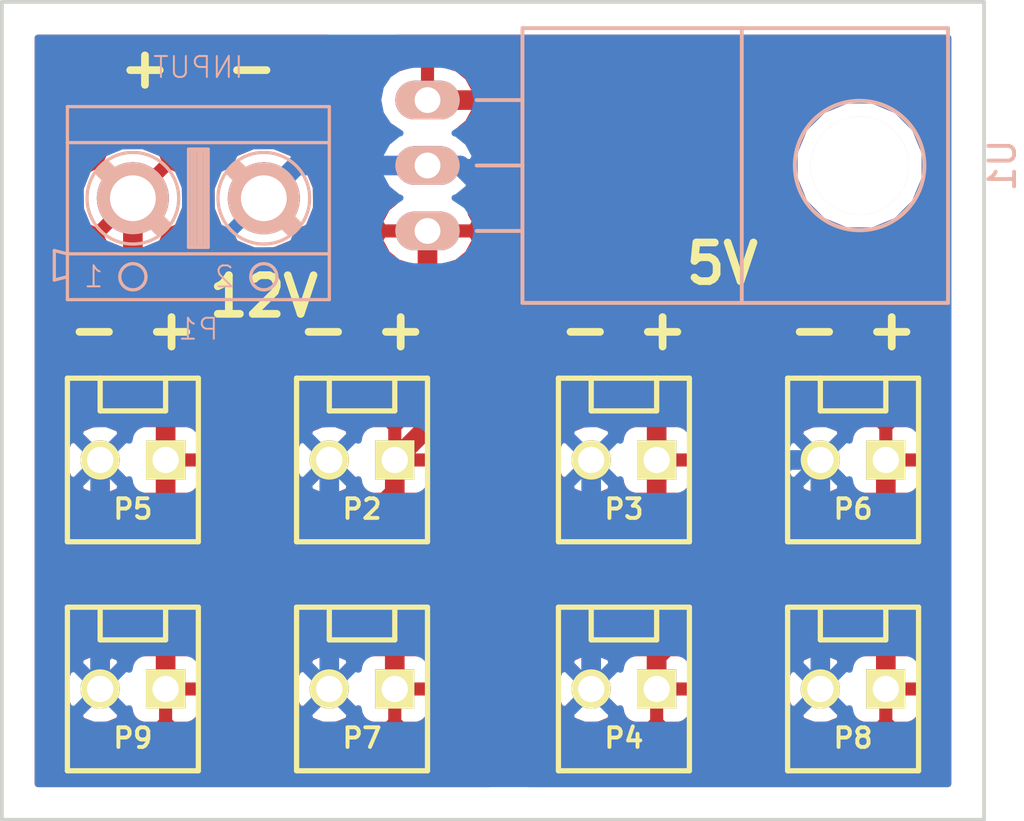
<source format=kicad_pcb>
(kicad_pcb (version 4) (host pcbnew 4.0.1-stable)

  (general
    (links 18)
    (no_connects 0)
    (area 121.844999 60.884999 160.095001 92.785001)
    (thickness 1.6)
    (drawings 11)
    (tracks 45)
    (zones 0)
    (modules 10)
    (nets 4)
  )

  (page A4)
  (layers
    (0 F.Cu signal)
    (31 B.Cu signal)
    (32 B.Adhes user)
    (33 F.Adhes user)
    (34 B.Paste user)
    (35 F.Paste user)
    (36 B.SilkS user)
    (37 F.SilkS user)
    (38 B.Mask user)
    (39 F.Mask user)
    (40 Dwgs.User user)
    (41 Cmts.User user)
    (42 Eco1.User user)
    (43 Eco2.User user)
    (44 Edge.Cuts user)
    (45 Margin user)
    (46 B.CrtYd user)
    (47 F.CrtYd user)
    (48 B.Fab user)
    (49 F.Fab user)
  )

  (setup
    (last_trace_width 0.25)
    (user_trace_width 0.254)
    (user_trace_width 0.508)
    (user_trace_width 0.762)
    (trace_clearance 0.2)
    (zone_clearance 0.508)
    (zone_45_only no)
    (trace_min 0.2)
    (segment_width 0.2)
    (edge_width 0.15)
    (via_size 0.6)
    (via_drill 0.4)
    (via_min_size 0.4)
    (via_min_drill 0.3)
    (uvia_size 0.3)
    (uvia_drill 0.1)
    (uvias_allowed no)
    (uvia_min_size 0.2)
    (uvia_min_drill 0.1)
    (pcb_text_width 0.3)
    (pcb_text_size 1.5 1.5)
    (mod_edge_width 0.15)
    (mod_text_size 1 1)
    (mod_text_width 0.15)
    (pad_size 1.524 1.524)
    (pad_drill 0.762)
    (pad_to_mask_clearance 0.2)
    (aux_axis_origin 0 0)
    (visible_elements FFFFFF7F)
    (pcbplotparams
      (layerselection 0x00030_80000001)
      (usegerberextensions false)
      (excludeedgelayer true)
      (linewidth 0.100000)
      (plotframeref false)
      (viasonmask false)
      (mode 1)
      (useauxorigin false)
      (hpglpennumber 1)
      (hpglpenspeed 20)
      (hpglpendiameter 15)
      (hpglpenoverlay 2)
      (psnegative false)
      (psa4output false)
      (plotreference true)
      (plotvalue true)
      (plotinvisibletext false)
      (padsonsilk false)
      (subtractmaskfromsilk false)
      (outputformat 1)
      (mirror false)
      (drillshape 1)
      (scaleselection 1)
      (outputdirectory ""))
  )

  (net 0 "")
  (net 1 "Net-(P1-Pad1)")
  (net 2 "Net-(P1-Pad2)")
  (net 3 "Net-(P3-Pad1)")

  (net_class Default "This is the default net class."
    (clearance 0.2)
    (trace_width 0.25)
    (via_dia 0.6)
    (via_drill 0.4)
    (uvia_dia 0.3)
    (uvia_drill 0.1)
    (add_net "Net-(P1-Pad1)")
    (add_net "Net-(P1-Pad2)")
    (add_net "Net-(P3-Pad1)")
  )

  (module ab2_terminal_block:AB2_TB_02_RA_5.08MM_L-GRN (layer B.Cu) (tedit 52A8C43F) (tstamp 577F30E2)
    (at 129.54 68.58)
    (path /577F2CA3)
    (fp_text reference P1 (at 0 5.08) (layer B.SilkS)
      (effects (font (size 0.8128 0.8128) (thickness 0.0762)) (justify mirror))
    )
    (fp_text value INPUT (at 0 -5.08) (layer B.SilkS)
      (effects (font (size 0.8128 0.8128) (thickness 0.0762)) (justify mirror))
    )
    (fp_line (start -5.08 2.159) (end -5.588 2.032) (layer B.SilkS) (width 0.127))
    (fp_line (start -5.588 2.032) (end -5.588 3.175) (layer B.SilkS) (width 0.127))
    (fp_line (start -5.588 3.175) (end -5.08 3.048) (layer B.SilkS) (width 0.127))
    (fp_text user 2 (at 1.016 3.048) (layer B.SilkS)
      (effects (font (size 0.8128 0.8128) (thickness 0.0762)) (justify mirror))
    )
    (fp_text user 1 (at -4.064 3.048) (layer B.SilkS)
      (effects (font (size 0.8128 0.8128) (thickness 0.0762)) (justify mirror))
    )
    (fp_circle (center 2.54 3.048) (end 2.54 3.556) (layer B.SilkS) (width 0.127))
    (fp_circle (center -2.54 3.048) (end -2.54 3.556) (layer B.SilkS) (width 0.127))
    (fp_line (start -5.08 2.159) (end -5.08 3.937) (layer B.SilkS) (width 0.127))
    (fp_line (start -5.08 3.937) (end 5.08 3.937) (layer B.SilkS) (width 0.127))
    (fp_line (start 5.08 3.937) (end 5.08 2.159) (layer B.SilkS) (width 0.127))
    (fp_line (start -5.08 -2.159) (end -5.08 -3.556) (layer B.SilkS) (width 0.127))
    (fp_line (start -5.08 -3.556) (end 5.08 -3.556) (layer B.SilkS) (width 0.127))
    (fp_line (start 5.08 -3.556) (end 5.08 -2.159) (layer B.SilkS) (width 0.127))
    (fp_circle (center 2.54 0) (end 2.54 1.778) (layer B.SilkS) (width 0.127))
    (fp_line (start 1.397 -1.143) (end 3.683 1.143) (layer B.SilkS) (width 0.381))
    (fp_line (start 3.81 1.016) (end 1.524 -1.27) (layer B.SilkS) (width 0.381))
    (fp_line (start 1.27 -1.016) (end 3.556 1.27) (layer B.SilkS) (width 0.381))
    (fp_line (start -3.81 -1.016) (end -1.524 1.27) (layer B.SilkS) (width 0.381))
    (fp_line (start -1.27 1.016) (end -3.556 -1.27) (layer B.SilkS) (width 0.381))
    (fp_line (start -3.683 -1.143) (end -1.397 1.143) (layer B.SilkS) (width 0.381))
    (fp_circle (center -2.54 0) (end -2.54 1.778) (layer B.SilkS) (width 0.127))
    (fp_line (start -5.08 2.159) (end 5.08 2.159) (layer B.SilkS) (width 0.127))
    (fp_line (start 5.08 2.159) (end 5.08 -2.159) (layer B.SilkS) (width 0.127))
    (fp_line (start 5.08 -2.159) (end -5.08 -2.159) (layer B.SilkS) (width 0.127))
    (fp_line (start -5.08 -2.159) (end -5.08 2.159) (layer B.SilkS) (width 0.127))
    (fp_line (start 0.254 1.905) (end 0.254 -1.905) (layer B.SilkS) (width 0.127))
    (fp_line (start 0.127 1.905) (end 0.127 -1.905) (layer B.SilkS) (width 0.127))
    (fp_line (start 0 1.905) (end 0 -1.905) (layer B.SilkS) (width 0.127))
    (fp_line (start -0.127 1.905) (end -0.127 -1.905) (layer B.SilkS) (width 0.127))
    (fp_line (start -0.254 1.905) (end -0.254 -1.905) (layer B.SilkS) (width 0.127))
    (fp_line (start -0.381 1.905) (end 0.381 1.905) (layer B.SilkS) (width 0.127))
    (fp_line (start 0.381 1.905) (end 0.381 -1.905) (layer B.SilkS) (width 0.127))
    (fp_line (start 0.381 -1.905) (end -0.381 -1.905) (layer B.SilkS) (width 0.127))
    (fp_line (start -0.381 -1.905) (end -0.381 1.905) (layer B.SilkS) (width 0.127))
    (pad 1 thru_hole circle (at -2.54 0) (size 2.794 2.794) (drill 1.778) (layers *.Cu *.Mask B.SilkS)
      (net 1 "Net-(P1-Pad1)"))
    (pad 2 thru_hole circle (at 2.54 0) (size 2.794 2.794) (drill 1.778) (layers *.Cu *.Mask B.SilkS)
      (net 2 "Net-(P1-Pad2)"))
    (model ab2_terminal_block/AB2_TB_02_RA_5MM-GRN.wrl
      (at (xyz 0 0 0))
      (scale (xyz 0.4 0.4 0.4))
      (rotate (xyz 0 0 0))
    )
  )

  (module RMC:CONN_KK_2.54_2W (layer F.Cu) (tedit 50E19A68) (tstamp 577F30E8)
    (at 135.89 78.74 180)
    (descr "Connecteurs 2 pins")
    (tags "CONN DEV")
    (path /577F2D54)
    (fp_text reference P2 (at 0 -1.905 180) (layer F.SilkS)
      (effects (font (size 0.762 0.762) (thickness 0.1524)))
    )
    (fp_text value 12V_1 (at 0 -1.905 180) (layer F.SilkS) hide
      (effects (font (size 0.762 0.762) (thickness 0.1524)))
    )
    (fp_line (start -1.27 3.175) (end -1.27 1.905) (layer F.SilkS) (width 0.2032))
    (fp_line (start -1.27 1.905) (end 1.27 1.905) (layer F.SilkS) (width 0.2032))
    (fp_line (start 1.27 1.905) (end 1.27 3.175) (layer F.SilkS) (width 0.2032))
    (fp_line (start -2.54 -3.175) (end -2.54 3.175) (layer F.SilkS) (width 0.2032))
    (fp_line (start -2.54 3.175) (end 2.54 3.175) (layer F.SilkS) (width 0.2032))
    (fp_line (start 2.54 3.175) (end 2.54 -3.175) (layer F.SilkS) (width 0.2032))
    (fp_line (start 2.54 -3.175) (end -2.54 -3.175) (layer F.SilkS) (width 0.2032))
    (fp_line (start -2.54 1.27) (end -2.54 -1.27) (layer F.SilkS) (width 0.1524))
    (fp_line (start 2.54 -1.27) (end 2.54 1.27) (layer F.SilkS) (width 0.1524))
    (pad 1 thru_hole rect (at -1.27 0 180) (size 1.524 1.524) (drill 1.016) (layers *.Cu *.Mask F.SilkS)
      (net 1 "Net-(P1-Pad1)"))
    (pad 2 thru_hole circle (at 1.27 0 180) (size 1.524 1.524) (drill 1.016) (layers *.Cu *.Mask F.SilkS)
      (net 2 "Net-(P1-Pad2)"))
    (model rmc/molex/kk_2.54_2w.wrl
      (at (xyz 0 0 0))
      (scale (xyz 1 1 1))
      (rotate (xyz -90 0 180))
    )
  )

  (module RMC:CONN_KK_2.54_2W (layer F.Cu) (tedit 50E19A68) (tstamp 577F30EE)
    (at 146.05 78.74 180)
    (descr "Connecteurs 2 pins")
    (tags "CONN DEV")
    (path /577F2E06)
    (fp_text reference P3 (at 0 -1.905 180) (layer F.SilkS)
      (effects (font (size 0.762 0.762) (thickness 0.1524)))
    )
    (fp_text value 5V_1 (at 0 -1.905 180) (layer F.SilkS) hide
      (effects (font (size 0.762 0.762) (thickness 0.1524)))
    )
    (fp_line (start -1.27 3.175) (end -1.27 1.905) (layer F.SilkS) (width 0.2032))
    (fp_line (start -1.27 1.905) (end 1.27 1.905) (layer F.SilkS) (width 0.2032))
    (fp_line (start 1.27 1.905) (end 1.27 3.175) (layer F.SilkS) (width 0.2032))
    (fp_line (start -2.54 -3.175) (end -2.54 3.175) (layer F.SilkS) (width 0.2032))
    (fp_line (start -2.54 3.175) (end 2.54 3.175) (layer F.SilkS) (width 0.2032))
    (fp_line (start 2.54 3.175) (end 2.54 -3.175) (layer F.SilkS) (width 0.2032))
    (fp_line (start 2.54 -3.175) (end -2.54 -3.175) (layer F.SilkS) (width 0.2032))
    (fp_line (start -2.54 1.27) (end -2.54 -1.27) (layer F.SilkS) (width 0.1524))
    (fp_line (start 2.54 -1.27) (end 2.54 1.27) (layer F.SilkS) (width 0.1524))
    (pad 1 thru_hole rect (at -1.27 0 180) (size 1.524 1.524) (drill 1.016) (layers *.Cu *.Mask F.SilkS)
      (net 3 "Net-(P3-Pad1)"))
    (pad 2 thru_hole circle (at 1.27 0 180) (size 1.524 1.524) (drill 1.016) (layers *.Cu *.Mask F.SilkS)
      (net 2 "Net-(P1-Pad2)"))
    (model rmc/molex/kk_2.54_2w.wrl
      (at (xyz 0 0 0))
      (scale (xyz 1 1 1))
      (rotate (xyz -90 0 180))
    )
  )

  (module RMC:CONN_KK_2.54_2W (layer F.Cu) (tedit 50E19A68) (tstamp 577F30F4)
    (at 146.05 87.63 180)
    (descr "Connecteurs 2 pins")
    (tags "CONN DEV")
    (path /577F2E31)
    (fp_text reference P4 (at 0 -1.905 180) (layer F.SilkS)
      (effects (font (size 0.762 0.762) (thickness 0.1524)))
    )
    (fp_text value 5V_2 (at 0 -1.905 180) (layer F.SilkS) hide
      (effects (font (size 0.762 0.762) (thickness 0.1524)))
    )
    (fp_line (start -1.27 3.175) (end -1.27 1.905) (layer F.SilkS) (width 0.2032))
    (fp_line (start -1.27 1.905) (end 1.27 1.905) (layer F.SilkS) (width 0.2032))
    (fp_line (start 1.27 1.905) (end 1.27 3.175) (layer F.SilkS) (width 0.2032))
    (fp_line (start -2.54 -3.175) (end -2.54 3.175) (layer F.SilkS) (width 0.2032))
    (fp_line (start -2.54 3.175) (end 2.54 3.175) (layer F.SilkS) (width 0.2032))
    (fp_line (start 2.54 3.175) (end 2.54 -3.175) (layer F.SilkS) (width 0.2032))
    (fp_line (start 2.54 -3.175) (end -2.54 -3.175) (layer F.SilkS) (width 0.2032))
    (fp_line (start -2.54 1.27) (end -2.54 -1.27) (layer F.SilkS) (width 0.1524))
    (fp_line (start 2.54 -1.27) (end 2.54 1.27) (layer F.SilkS) (width 0.1524))
    (pad 1 thru_hole rect (at -1.27 0 180) (size 1.524 1.524) (drill 1.016) (layers *.Cu *.Mask F.SilkS)
      (net 3 "Net-(P3-Pad1)"))
    (pad 2 thru_hole circle (at 1.27 0 180) (size 1.524 1.524) (drill 1.016) (layers *.Cu *.Mask F.SilkS)
      (net 2 "Net-(P1-Pad2)"))
    (model rmc/molex/kk_2.54_2w.wrl
      (at (xyz 0 0 0))
      (scale (xyz 1 1 1))
      (rotate (xyz -90 0 180))
    )
  )

  (module RMC:CONN_KK_2.54_2W (layer F.Cu) (tedit 50E19A68) (tstamp 577F30FA)
    (at 127 78.74 180)
    (descr "Connecteurs 2 pins")
    (tags "CONN DEV")
    (path /577F2D7D)
    (fp_text reference P5 (at 0 -1.905 180) (layer F.SilkS)
      (effects (font (size 0.762 0.762) (thickness 0.1524)))
    )
    (fp_text value 12V_2 (at 0 -1.905 180) (layer F.SilkS) hide
      (effects (font (size 0.762 0.762) (thickness 0.1524)))
    )
    (fp_line (start -1.27 3.175) (end -1.27 1.905) (layer F.SilkS) (width 0.2032))
    (fp_line (start -1.27 1.905) (end 1.27 1.905) (layer F.SilkS) (width 0.2032))
    (fp_line (start 1.27 1.905) (end 1.27 3.175) (layer F.SilkS) (width 0.2032))
    (fp_line (start -2.54 -3.175) (end -2.54 3.175) (layer F.SilkS) (width 0.2032))
    (fp_line (start -2.54 3.175) (end 2.54 3.175) (layer F.SilkS) (width 0.2032))
    (fp_line (start 2.54 3.175) (end 2.54 -3.175) (layer F.SilkS) (width 0.2032))
    (fp_line (start 2.54 -3.175) (end -2.54 -3.175) (layer F.SilkS) (width 0.2032))
    (fp_line (start -2.54 1.27) (end -2.54 -1.27) (layer F.SilkS) (width 0.1524))
    (fp_line (start 2.54 -1.27) (end 2.54 1.27) (layer F.SilkS) (width 0.1524))
    (pad 1 thru_hole rect (at -1.27 0 180) (size 1.524 1.524) (drill 1.016) (layers *.Cu *.Mask F.SilkS)
      (net 1 "Net-(P1-Pad1)"))
    (pad 2 thru_hole circle (at 1.27 0 180) (size 1.524 1.524) (drill 1.016) (layers *.Cu *.Mask F.SilkS)
      (net 2 "Net-(P1-Pad2)"))
    (model rmc/molex/kk_2.54_2w.wrl
      (at (xyz 0 0 0))
      (scale (xyz 1 1 1))
      (rotate (xyz -90 0 180))
    )
  )

  (module RMC:CONN_KK_2.54_2W (layer F.Cu) (tedit 50E19A68) (tstamp 577F3100)
    (at 154.94 78.74 180)
    (descr "Connecteurs 2 pins")
    (tags "CONN DEV")
    (path /577F2E67)
    (fp_text reference P6 (at 0 -1.905 180) (layer F.SilkS)
      (effects (font (size 0.762 0.762) (thickness 0.1524)))
    )
    (fp_text value 5V_3 (at 0 -1.905 180) (layer F.SilkS) hide
      (effects (font (size 0.762 0.762) (thickness 0.1524)))
    )
    (fp_line (start -1.27 3.175) (end -1.27 1.905) (layer F.SilkS) (width 0.2032))
    (fp_line (start -1.27 1.905) (end 1.27 1.905) (layer F.SilkS) (width 0.2032))
    (fp_line (start 1.27 1.905) (end 1.27 3.175) (layer F.SilkS) (width 0.2032))
    (fp_line (start -2.54 -3.175) (end -2.54 3.175) (layer F.SilkS) (width 0.2032))
    (fp_line (start -2.54 3.175) (end 2.54 3.175) (layer F.SilkS) (width 0.2032))
    (fp_line (start 2.54 3.175) (end 2.54 -3.175) (layer F.SilkS) (width 0.2032))
    (fp_line (start 2.54 -3.175) (end -2.54 -3.175) (layer F.SilkS) (width 0.2032))
    (fp_line (start -2.54 1.27) (end -2.54 -1.27) (layer F.SilkS) (width 0.1524))
    (fp_line (start 2.54 -1.27) (end 2.54 1.27) (layer F.SilkS) (width 0.1524))
    (pad 1 thru_hole rect (at -1.27 0 180) (size 1.524 1.524) (drill 1.016) (layers *.Cu *.Mask F.SilkS)
      (net 3 "Net-(P3-Pad1)"))
    (pad 2 thru_hole circle (at 1.27 0 180) (size 1.524 1.524) (drill 1.016) (layers *.Cu *.Mask F.SilkS)
      (net 2 "Net-(P1-Pad2)"))
    (model rmc/molex/kk_2.54_2w.wrl
      (at (xyz 0 0 0))
      (scale (xyz 1 1 1))
      (rotate (xyz -90 0 180))
    )
  )

  (module RMC:CONN_KK_2.54_2W (layer F.Cu) (tedit 50E19A68) (tstamp 577F3106)
    (at 135.89 87.63 180)
    (descr "Connecteurs 2 pins")
    (tags "CONN DEV")
    (path /577F2DA8)
    (fp_text reference P7 (at 0 -1.905 180) (layer F.SilkS)
      (effects (font (size 0.762 0.762) (thickness 0.1524)))
    )
    (fp_text value 12V_3 (at 0 -1.905 180) (layer F.SilkS) hide
      (effects (font (size 0.762 0.762) (thickness 0.1524)))
    )
    (fp_line (start -1.27 3.175) (end -1.27 1.905) (layer F.SilkS) (width 0.2032))
    (fp_line (start -1.27 1.905) (end 1.27 1.905) (layer F.SilkS) (width 0.2032))
    (fp_line (start 1.27 1.905) (end 1.27 3.175) (layer F.SilkS) (width 0.2032))
    (fp_line (start -2.54 -3.175) (end -2.54 3.175) (layer F.SilkS) (width 0.2032))
    (fp_line (start -2.54 3.175) (end 2.54 3.175) (layer F.SilkS) (width 0.2032))
    (fp_line (start 2.54 3.175) (end 2.54 -3.175) (layer F.SilkS) (width 0.2032))
    (fp_line (start 2.54 -3.175) (end -2.54 -3.175) (layer F.SilkS) (width 0.2032))
    (fp_line (start -2.54 1.27) (end -2.54 -1.27) (layer F.SilkS) (width 0.1524))
    (fp_line (start 2.54 -1.27) (end 2.54 1.27) (layer F.SilkS) (width 0.1524))
    (pad 1 thru_hole rect (at -1.27 0 180) (size 1.524 1.524) (drill 1.016) (layers *.Cu *.Mask F.SilkS)
      (net 1 "Net-(P1-Pad1)"))
    (pad 2 thru_hole circle (at 1.27 0 180) (size 1.524 1.524) (drill 1.016) (layers *.Cu *.Mask F.SilkS)
      (net 2 "Net-(P1-Pad2)"))
    (model rmc/molex/kk_2.54_2w.wrl
      (at (xyz 0 0 0))
      (scale (xyz 1 1 1))
      (rotate (xyz -90 0 180))
    )
  )

  (module RMC:CONN_KK_2.54_2W (layer F.Cu) (tedit 50E19A68) (tstamp 577F310C)
    (at 154.94 87.63 180)
    (descr "Connecteurs 2 pins")
    (tags "CONN DEV")
    (path /577F2E97)
    (fp_text reference P8 (at 0 -1.905 180) (layer F.SilkS)
      (effects (font (size 0.762 0.762) (thickness 0.1524)))
    )
    (fp_text value 5V_4 (at 0 -1.905 180) (layer F.SilkS) hide
      (effects (font (size 0.762 0.762) (thickness 0.1524)))
    )
    (fp_line (start -1.27 3.175) (end -1.27 1.905) (layer F.SilkS) (width 0.2032))
    (fp_line (start -1.27 1.905) (end 1.27 1.905) (layer F.SilkS) (width 0.2032))
    (fp_line (start 1.27 1.905) (end 1.27 3.175) (layer F.SilkS) (width 0.2032))
    (fp_line (start -2.54 -3.175) (end -2.54 3.175) (layer F.SilkS) (width 0.2032))
    (fp_line (start -2.54 3.175) (end 2.54 3.175) (layer F.SilkS) (width 0.2032))
    (fp_line (start 2.54 3.175) (end 2.54 -3.175) (layer F.SilkS) (width 0.2032))
    (fp_line (start 2.54 -3.175) (end -2.54 -3.175) (layer F.SilkS) (width 0.2032))
    (fp_line (start -2.54 1.27) (end -2.54 -1.27) (layer F.SilkS) (width 0.1524))
    (fp_line (start 2.54 -1.27) (end 2.54 1.27) (layer F.SilkS) (width 0.1524))
    (pad 1 thru_hole rect (at -1.27 0 180) (size 1.524 1.524) (drill 1.016) (layers *.Cu *.Mask F.SilkS)
      (net 3 "Net-(P3-Pad1)"))
    (pad 2 thru_hole circle (at 1.27 0 180) (size 1.524 1.524) (drill 1.016) (layers *.Cu *.Mask F.SilkS)
      (net 2 "Net-(P1-Pad2)"))
    (model rmc/molex/kk_2.54_2w.wrl
      (at (xyz 0 0 0))
      (scale (xyz 1 1 1))
      (rotate (xyz -90 0 180))
    )
  )

  (module RMC:CONN_KK_2.54_2W (layer F.Cu) (tedit 50E19A68) (tstamp 577F3112)
    (at 127 87.63 180)
    (descr "Connecteurs 2 pins")
    (tags "CONN DEV")
    (path /577F2DCE)
    (fp_text reference P9 (at 0 -1.905 180) (layer F.SilkS)
      (effects (font (size 0.762 0.762) (thickness 0.1524)))
    )
    (fp_text value 12V_4 (at 0 -1.905 180) (layer F.SilkS) hide
      (effects (font (size 0.762 0.762) (thickness 0.1524)))
    )
    (fp_line (start -1.27 3.175) (end -1.27 1.905) (layer F.SilkS) (width 0.2032))
    (fp_line (start -1.27 1.905) (end 1.27 1.905) (layer F.SilkS) (width 0.2032))
    (fp_line (start 1.27 1.905) (end 1.27 3.175) (layer F.SilkS) (width 0.2032))
    (fp_line (start -2.54 -3.175) (end -2.54 3.175) (layer F.SilkS) (width 0.2032))
    (fp_line (start -2.54 3.175) (end 2.54 3.175) (layer F.SilkS) (width 0.2032))
    (fp_line (start 2.54 3.175) (end 2.54 -3.175) (layer F.SilkS) (width 0.2032))
    (fp_line (start 2.54 -3.175) (end -2.54 -3.175) (layer F.SilkS) (width 0.2032))
    (fp_line (start -2.54 1.27) (end -2.54 -1.27) (layer F.SilkS) (width 0.1524))
    (fp_line (start 2.54 -1.27) (end 2.54 1.27) (layer F.SilkS) (width 0.1524))
    (pad 1 thru_hole rect (at -1.27 0 180) (size 1.524 1.524) (drill 1.016) (layers *.Cu *.Mask F.SilkS)
      (net 1 "Net-(P1-Pad1)"))
    (pad 2 thru_hole circle (at 1.27 0 180) (size 1.524 1.524) (drill 1.016) (layers *.Cu *.Mask F.SilkS)
      (net 2 "Net-(P1-Pad2)"))
    (model rmc/molex/kk_2.54_2w.wrl
      (at (xyz 0 0 0))
      (scale (xyz 1 1 1))
      (rotate (xyz -90 0 180))
    )
  )

  (module TO_SOT_Packages_THT:TO-220_Neutral123_Horizontal (layer B.Cu) (tedit 0) (tstamp 577F311A)
    (at 138.43 67.31 90)
    (descr "TO-220, Neutral, Horizontal,")
    (tags "TO-220, Neutral, Horizontal,")
    (path /577F3B39)
    (fp_text reference U1 (at 0 22.3012 90) (layer B.SilkS)
      (effects (font (size 1 1) (thickness 0.15)) (justify mirror))
    )
    (fp_text value LM7805CT (at -0.29972 -3.44932 90) (layer B.Fab)
      (effects (font (size 1 1) (thickness 0.15)) (justify mirror))
    )
    (fp_circle (center 0 16.764) (end 1.778 14.986) (layer B.SilkS) (width 0.15))
    (fp_line (start -2.54 3.683) (end -2.54 1.905) (layer B.SilkS) (width 0.15))
    (fp_line (start 0 3.683) (end 0 1.905) (layer B.SilkS) (width 0.15))
    (fp_line (start 2.54 3.683) (end 2.54 1.905) (layer B.SilkS) (width 0.15))
    (fp_line (start 5.334 12.192) (end 5.334 20.193) (layer B.SilkS) (width 0.15))
    (fp_line (start 5.334 20.193) (end -5.334 20.193) (layer B.SilkS) (width 0.15))
    (fp_line (start -5.334 20.193) (end -5.334 12.192) (layer B.SilkS) (width 0.15))
    (fp_line (start 5.334 3.683) (end 5.334 12.192) (layer B.SilkS) (width 0.15))
    (fp_line (start 5.334 12.192) (end -5.334 12.192) (layer B.SilkS) (width 0.15))
    (fp_line (start -5.334 12.192) (end -5.334 3.683) (layer B.SilkS) (width 0.15))
    (fp_line (start 0 3.683) (end -5.334 3.683) (layer B.SilkS) (width 0.15))
    (fp_line (start 0 3.683) (end 5.334 3.683) (layer B.SilkS) (width 0.15))
    (pad 2 thru_hole oval (at 0 0) (size 2.49936 1.50114) (drill 1.00076) (layers *.Cu *.Mask B.SilkS)
      (net 2 "Net-(P1-Pad2)"))
    (pad 1 thru_hole oval (at -2.54 0) (size 2.49936 1.50114) (drill 1.00076) (layers *.Cu *.Mask B.SilkS)
      (net 1 "Net-(P1-Pad1)"))
    (pad 3 thru_hole oval (at 2.54 0) (size 2.49936 1.50114) (drill 1.00076) (layers *.Cu *.Mask B.SilkS)
      (net 3 "Net-(P3-Pad1)"))
    (pad "" np_thru_hole circle (at 0 16.764) (size 3.79984 3.79984) (drill 3.79984) (layers *.Cu *.Mask B.SilkS))
    (model custom.3dshapes/murata.wrl
      (at (xyz 0.255 0 0.25))
      (scale (xyz 0.4 0.4 0.4))
      (rotate (xyz 0 180 0))
    )
  )

  (gr_text 12V (at 132.08 72.39) (layer F.SilkS)
    (effects (font (size 1.5 1.5) (thickness 0.3)))
  )
  (gr_text 5V (at 149.86 71.12) (layer F.SilkS)
    (effects (font (size 1.5 1.5) (thickness 0.3)))
  )
  (gr_text "- +" (at 154.94 73.66) (layer F.SilkS)
    (effects (font (size 1.5 1.5) (thickness 0.3)))
  )
  (gr_text "- +" (at 146.05 73.66) (layer F.SilkS)
    (effects (font (size 1.5 1.5) (thickness 0.3)))
  )
  (gr_text "- +" (at 135.89 73.66) (layer F.SilkS)
    (effects (font (size 1.5 1.5) (thickness 0.3)))
  )
  (gr_text "- +" (at 127 73.66) (layer F.SilkS)
    (effects (font (size 1.5 1.5) (thickness 0.3)))
  )
  (gr_text "+  -" (at 129.54 63.5) (layer F.SilkS)
    (effects (font (size 1.5 1.5) (thickness 0.3)))
  )
  (gr_line (start 160.02 92.71) (end 160.02 60.96) (angle 90) (layer Edge.Cuts) (width 0.15))
  (gr_line (start 121.92 92.71) (end 160.02 92.71) (angle 90) (layer Edge.Cuts) (width 0.15))
  (gr_line (start 121.92 60.96) (end 121.92 92.71) (angle 90) (layer Edge.Cuts) (width 0.15))
  (gr_line (start 160.02 60.96) (end 121.92 60.96) (angle 90) (layer Edge.Cuts) (width 0.15))

  (segment (start 138.43 69.85) (end 138.43 77.47) (width 0.762) (layer F.Cu) (net 1))
  (segment (start 138.43 77.47) (end 137.16 78.74) (width 0.762) (layer F.Cu) (net 1) (tstamp 577F327D))
  (segment (start 137.16 87.63) (end 137.16 83.82) (width 0.762) (layer F.Cu) (net 1))
  (segment (start 135.89 82.55) (end 133.35 82.55) (width 0.762) (layer F.Cu) (net 1) (tstamp 577F3278))
  (segment (start 137.16 83.82) (end 135.89 82.55) (width 0.762) (layer F.Cu) (net 1) (tstamp 577F3277))
  (segment (start 137.16 78.74) (end 137.16 80.01) (width 0.762) (layer F.Cu) (net 1))
  (segment (start 134.62 82.55) (end 133.35 82.55) (width 0.762) (layer F.Cu) (net 1) (tstamp 577F3272))
  (segment (start 133.35 82.55) (end 128.27 82.55) (width 0.762) (layer F.Cu) (net 1) (tstamp 577F327B))
  (segment (start 137.16 80.01) (end 134.62 82.55) (width 0.762) (layer F.Cu) (net 1) (tstamp 577F3271))
  (segment (start 128.27 78.74) (end 128.27 82.55) (width 0.762) (layer F.Cu) (net 1))
  (segment (start 128.27 82.55) (end 128.27 87.63) (width 0.762) (layer F.Cu) (net 1) (tstamp 577F3275))
  (segment (start 127 68.58) (end 127 72.39) (width 0.762) (layer F.Cu) (net 1))
  (segment (start 128.27 73.66) (end 128.27 78.74) (width 0.762) (layer F.Cu) (net 1) (tstamp 577F326C))
  (segment (start 127 72.39) (end 128.27 73.66) (width 0.762) (layer F.Cu) (net 1) (tstamp 577F326B))
  (segment (start 144.78 87.63) (end 144.78 85.09) (width 0.762) (layer B.Cu) (net 2))
  (segment (start 142.24 82.55) (end 138.43 82.55) (width 0.762) (layer B.Cu) (net 2) (tstamp 577F32B4))
  (segment (start 144.78 85.09) (end 142.24 82.55) (width 0.762) (layer B.Cu) (net 2) (tstamp 577F32B3))
  (segment (start 138.43 67.31) (end 139.7 67.31) (width 0.762) (layer B.Cu) (net 2))
  (segment (start 139.7 67.31) (end 142.24 69.85) (width 0.762) (layer B.Cu) (net 2) (tstamp 577F32AB))
  (segment (start 142.24 69.85) (end 142.24 78.74) (width 0.762) (layer B.Cu) (net 2) (tstamp 577F32AC))
  (segment (start 142.24 78.74) (end 138.43 82.55) (width 0.762) (layer B.Cu) (net 2) (tstamp 577F32AD))
  (segment (start 138.43 82.55) (end 134.62 82.55) (width 0.762) (layer B.Cu) (net 2) (tstamp 577F32AF))
  (segment (start 125.73 87.63) (end 125.73 86.36) (width 0.762) (layer B.Cu) (net 2))
  (segment (start 125.73 86.36) (end 129.54 82.55) (width 0.762) (layer B.Cu) (net 2) (tstamp 577F32A4))
  (segment (start 129.54 82.55) (end 134.62 82.55) (width 0.762) (layer B.Cu) (net 2) (tstamp 577F32A5))
  (segment (start 153.67 78.74) (end 152.4 78.74) (width 0.762) (layer B.Cu) (net 2))
  (segment (start 147.32 83.82) (end 144.78 83.82) (width 0.762) (layer B.Cu) (net 2) (tstamp 577F329F))
  (segment (start 152.4 78.74) (end 147.32 83.82) (width 0.762) (layer B.Cu) (net 2) (tstamp 577F329D))
  (segment (start 153.67 78.74) (end 153.67 87.63) (width 0.762) (layer B.Cu) (net 2))
  (segment (start 144.78 78.74) (end 144.78 83.82) (width 0.762) (layer B.Cu) (net 2))
  (segment (start 144.78 83.82) (end 144.78 87.63) (width 0.762) (layer B.Cu) (net 2) (tstamp 577F32A2))
  (segment (start 134.62 78.74) (end 134.62 82.55) (width 0.762) (layer B.Cu) (net 2))
  (segment (start 134.62 82.55) (end 134.62 87.63) (width 0.762) (layer B.Cu) (net 2) (tstamp 577F32A9))
  (segment (start 125.73 78.74) (end 125.73 87.63) (width 0.762) (layer B.Cu) (net 2))
  (segment (start 138.43 67.31) (end 133.35 67.31) (width 0.762) (layer B.Cu) (net 2))
  (segment (start 133.35 67.31) (end 132.08 68.58) (width 0.762) (layer B.Cu) (net 2) (tstamp 577F3291))
  (segment (start 147.32 87.63) (end 147.32 86.36) (width 0.762) (layer F.Cu) (net 3))
  (segment (start 151.13 82.55) (end 156.21 82.55) (width 0.762) (layer F.Cu) (net 3) (tstamp 577F328B))
  (segment (start 147.32 86.36) (end 151.13 82.55) (width 0.762) (layer F.Cu) (net 3) (tstamp 577F328A))
  (segment (start 147.32 87.63) (end 147.32 78.74) (width 0.762) (layer F.Cu) (net 3))
  (segment (start 156.21 78.74) (end 156.21 82.55) (width 0.762) (layer F.Cu) (net 3))
  (segment (start 156.21 82.55) (end 156.21 87.63) (width 0.762) (layer F.Cu) (net 3) (tstamp 577F328F))
  (segment (start 138.43 64.77) (end 142.24 64.77) (width 0.762) (layer F.Cu) (net 3))
  (segment (start 147.32 69.85) (end 147.32 78.74) (width 0.762) (layer F.Cu) (net 3) (tstamp 577F3282))
  (segment (start 142.24 64.77) (end 147.32 69.85) (width 0.762) (layer F.Cu) (net 3) (tstamp 577F3281))

  (zone (net 1) (net_name "Net-(P1-Pad1)") (layer F.Cu) (tstamp 577F341B) (hatch edge 0.508)
    (connect_pads (clearance 0.508))
    (min_thickness 0.254)
    (fill yes (arc_segments 16) (thermal_gap 0.508) (thermal_bridge_width 0.508))
    (polygon
      (pts
        (xy 137.16 68.58) (xy 139.7 68.58) (xy 140.97 69.85) (xy 140.97 91.44) (xy 123.19 91.44)
        (xy 123.19 62.23) (xy 134.62 62.23) (xy 137.16 68.58)
      )
    )
    (filled_polygon
      (pts
        (xy 136.510662 67.298614) (xy 136.508397 67.31) (xy 136.613867 67.840235) (xy 136.896515 68.263247) (xy 137.042083 68.627167)
        (xy 137.069724 68.669327) (xy 137.11159 68.697411) (xy 137.16 68.707) (xy 137.173985 68.707) (xy 136.861342 68.960056)
        (xy 136.60219 69.437097) (xy 136.588007 69.508725) (xy 136.710661 69.723) (xy 138.303 69.723) (xy 138.303 69.703)
        (xy 138.557 69.703) (xy 138.557 69.723) (xy 140.149339 69.723) (xy 140.271993 69.508725) (xy 140.25781 69.437097)
        (xy 140.115464 69.17507) (xy 140.843 69.902606) (xy 140.843 91.313) (xy 123.317 91.313) (xy 123.317 87.906661)
        (xy 124.332758 87.906661) (xy 124.54499 88.420303) (xy 124.93763 88.813629) (xy 125.4509 89.026757) (xy 126.006661 89.027242)
        (xy 126.520303 88.81501) (xy 126.873 88.462928) (xy 126.873 88.51831) (xy 126.969673 88.751699) (xy 127.148302 88.930327)
        (xy 127.381691 89.027) (xy 127.98425 89.027) (xy 128.143 88.86825) (xy 128.143 87.757) (xy 128.397 87.757)
        (xy 128.397 88.86825) (xy 128.55575 89.027) (xy 129.158309 89.027) (xy 129.391698 88.930327) (xy 129.570327 88.751699)
        (xy 129.667 88.51831) (xy 129.667 87.91575) (xy 129.657911 87.906661) (xy 133.222758 87.906661) (xy 133.43499 88.420303)
        (xy 133.82763 88.813629) (xy 134.3409 89.026757) (xy 134.896661 89.027242) (xy 135.410303 88.81501) (xy 135.763 88.462928)
        (xy 135.763 88.51831) (xy 135.859673 88.751699) (xy 136.038302 88.930327) (xy 136.271691 89.027) (xy 136.87425 89.027)
        (xy 137.033 88.86825) (xy 137.033 87.757) (xy 137.287 87.757) (xy 137.287 88.86825) (xy 137.44575 89.027)
        (xy 138.048309 89.027) (xy 138.281698 88.930327) (xy 138.460327 88.751699) (xy 138.557 88.51831) (xy 138.557 87.91575)
        (xy 138.39825 87.757) (xy 137.287 87.757) (xy 137.033 87.757) (xy 137.013 87.757) (xy 137.013 87.503)
        (xy 137.033 87.503) (xy 137.033 86.39175) (xy 137.287 86.39175) (xy 137.287 87.503) (xy 138.39825 87.503)
        (xy 138.557 87.34425) (xy 138.557 86.74169) (xy 138.460327 86.508301) (xy 138.281698 86.329673) (xy 138.048309 86.233)
        (xy 137.44575 86.233) (xy 137.287 86.39175) (xy 137.033 86.39175) (xy 136.87425 86.233) (xy 136.271691 86.233)
        (xy 136.038302 86.329673) (xy 135.859673 86.508301) (xy 135.763 86.74169) (xy 135.763 86.797614) (xy 135.41237 86.446371)
        (xy 134.8991 86.233243) (xy 134.343339 86.232758) (xy 133.829697 86.44499) (xy 133.436371 86.83763) (xy 133.223243 87.3509)
        (xy 133.222758 87.906661) (xy 129.657911 87.906661) (xy 129.50825 87.757) (xy 128.397 87.757) (xy 128.143 87.757)
        (xy 128.123 87.757) (xy 128.123 87.503) (xy 128.143 87.503) (xy 128.143 86.39175) (xy 128.397 86.39175)
        (xy 128.397 87.503) (xy 129.50825 87.503) (xy 129.667 87.34425) (xy 129.667 86.74169) (xy 129.570327 86.508301)
        (xy 129.391698 86.329673) (xy 129.158309 86.233) (xy 128.55575 86.233) (xy 128.397 86.39175) (xy 128.143 86.39175)
        (xy 127.98425 86.233) (xy 127.381691 86.233) (xy 127.148302 86.329673) (xy 126.969673 86.508301) (xy 126.873 86.74169)
        (xy 126.873 86.797614) (xy 126.52237 86.446371) (xy 126.0091 86.233243) (xy 125.453339 86.232758) (xy 124.939697 86.44499)
        (xy 124.546371 86.83763) (xy 124.333243 87.3509) (xy 124.332758 87.906661) (xy 123.317 87.906661) (xy 123.317 79.016661)
        (xy 124.332758 79.016661) (xy 124.54499 79.530303) (xy 124.93763 79.923629) (xy 125.4509 80.136757) (xy 126.006661 80.137242)
        (xy 126.520303 79.92501) (xy 126.873 79.572928) (xy 126.873 79.62831) (xy 126.969673 79.861699) (xy 127.148302 80.040327)
        (xy 127.381691 80.137) (xy 127.98425 80.137) (xy 128.143 79.97825) (xy 128.143 78.867) (xy 128.397 78.867)
        (xy 128.397 79.97825) (xy 128.55575 80.137) (xy 129.158309 80.137) (xy 129.391698 80.040327) (xy 129.570327 79.861699)
        (xy 129.667 79.62831) (xy 129.667 79.02575) (xy 129.657911 79.016661) (xy 133.222758 79.016661) (xy 133.43499 79.530303)
        (xy 133.82763 79.923629) (xy 134.3409 80.136757) (xy 134.896661 80.137242) (xy 135.410303 79.92501) (xy 135.763 79.572928)
        (xy 135.763 79.62831) (xy 135.859673 79.861699) (xy 136.038302 80.040327) (xy 136.271691 80.137) (xy 136.87425 80.137)
        (xy 137.033 79.97825) (xy 137.033 78.867) (xy 137.287 78.867) (xy 137.287 79.97825) (xy 137.44575 80.137)
        (xy 138.048309 80.137) (xy 138.281698 80.040327) (xy 138.460327 79.861699) (xy 138.557 79.62831) (xy 138.557 79.02575)
        (xy 138.39825 78.867) (xy 137.287 78.867) (xy 137.033 78.867) (xy 137.013 78.867) (xy 137.013 78.613)
        (xy 137.033 78.613) (xy 137.033 77.50175) (xy 137.287 77.50175) (xy 137.287 78.613) (xy 138.39825 78.613)
        (xy 138.557 78.45425) (xy 138.557 77.85169) (xy 138.460327 77.618301) (xy 138.281698 77.439673) (xy 138.048309 77.343)
        (xy 137.44575 77.343) (xy 137.287 77.50175) (xy 137.033 77.50175) (xy 136.87425 77.343) (xy 136.271691 77.343)
        (xy 136.038302 77.439673) (xy 135.859673 77.618301) (xy 135.763 77.85169) (xy 135.763 77.907614) (xy 135.41237 77.556371)
        (xy 134.8991 77.343243) (xy 134.343339 77.342758) (xy 133.829697 77.55499) (xy 133.436371 77.94763) (xy 133.223243 78.4609)
        (xy 133.222758 79.016661) (xy 129.657911 79.016661) (xy 129.50825 78.867) (xy 128.397 78.867) (xy 128.143 78.867)
        (xy 128.123 78.867) (xy 128.123 78.613) (xy 128.143 78.613) (xy 128.143 77.50175) (xy 128.397 77.50175)
        (xy 128.397 78.613) (xy 129.50825 78.613) (xy 129.667 78.45425) (xy 129.667 77.85169) (xy 129.570327 77.618301)
        (xy 129.391698 77.439673) (xy 129.158309 77.343) (xy 128.55575 77.343) (xy 128.397 77.50175) (xy 128.143 77.50175)
        (xy 127.98425 77.343) (xy 127.381691 77.343) (xy 127.148302 77.439673) (xy 126.969673 77.618301) (xy 126.873 77.85169)
        (xy 126.873 77.907614) (xy 126.52237 77.556371) (xy 126.0091 77.343243) (xy 125.453339 77.342758) (xy 124.939697 77.55499)
        (xy 124.546371 77.94763) (xy 124.333243 78.4609) (xy 124.332758 79.016661) (xy 123.317 79.016661) (xy 123.317 70.019556)
        (xy 125.74005 70.019556) (xy 125.887256 70.327625) (xy 126.640746 70.620423) (xy 127.448929 70.602586) (xy 128.112744 70.327625)
        (xy 128.25995 70.019556) (xy 127 68.759605) (xy 125.74005 70.019556) (xy 123.317 70.019556) (xy 123.317 68.220746)
        (xy 124.959577 68.220746) (xy 124.977414 69.028929) (xy 125.252375 69.692744) (xy 125.560444 69.83995) (xy 126.820395 68.58)
        (xy 127.179605 68.58) (xy 128.439556 69.83995) (xy 128.747625 69.692744) (xy 129.02365 68.982416) (xy 130.047648 68.982416)
        (xy 130.35635 69.729532) (xy 130.927462 70.301641) (xy 131.674037 70.611646) (xy 132.482416 70.612352) (xy 133.229532 70.30365)
        (xy 133.342103 70.191275) (xy 136.588007 70.191275) (xy 136.60219 70.262903) (xy 136.861342 70.739944) (xy 137.283323 71.081499)
        (xy 137.80389 71.23557) (xy 138.303 71.23557) (xy 138.303 69.977) (xy 138.557 69.977) (xy 138.557 71.23557)
        (xy 139.05611 71.23557) (xy 139.576677 71.081499) (xy 139.998658 70.739944) (xy 140.25781 70.262903) (xy 140.271993 70.191275)
        (xy 140.149339 69.977) (xy 138.557 69.977) (xy 138.303 69.977) (xy 136.710661 69.977) (xy 136.588007 70.191275)
        (xy 133.342103 70.191275) (xy 133.801641 69.732538) (xy 134.111646 68.985963) (xy 134.112352 68.177584) (xy 133.80365 67.430468)
        (xy 133.232538 66.858359) (xy 132.485963 66.548354) (xy 131.677584 66.547648) (xy 130.930468 66.85635) (xy 130.358359 67.427462)
        (xy 130.048354 68.174037) (xy 130.047648 68.982416) (xy 129.02365 68.982416) (xy 129.040423 68.939254) (xy 129.022586 68.131071)
        (xy 128.747625 67.467256) (xy 128.439556 67.32005) (xy 127.179605 68.58) (xy 126.820395 68.58) (xy 125.560444 67.32005)
        (xy 125.252375 67.467256) (xy 124.959577 68.220746) (xy 123.317 68.220746) (xy 123.317 67.140444) (xy 125.74005 67.140444)
        (xy 127 68.400395) (xy 128.25995 67.140444) (xy 128.112744 66.832375) (xy 127.359254 66.539577) (xy 126.551071 66.557414)
        (xy 125.887256 66.832375) (xy 125.74005 67.140444) (xy 123.317 67.140444) (xy 123.317 62.357) (xy 134.534016 62.357)
      )
    )
  )
  (zone (net 3) (net_name "Net-(P3-Pad1)") (layer F.Cu) (tstamp 577F343F) (hatch edge 0.508)
    (connect_pads (clearance 0.508))
    (min_thickness 0.254)
    (fill yes (arc_segments 16) (thermal_gap 0.508) (thermal_bridge_width 0.508))
    (polygon
      (pts
        (xy 158.75 91.44) (xy 142.24 91.44) (xy 142.24 68.58) (xy 140.97 66.04) (xy 137.16 66.04)
        (xy 137.16 62.23) (xy 158.75 62.23) (xy 158.75 91.44)
      )
    )
    (filled_polygon
      (pts
        (xy 158.623 91.313) (xy 142.367 91.313) (xy 142.367 87.906661) (xy 143.382758 87.906661) (xy 143.59499 88.420303)
        (xy 143.98763 88.813629) (xy 144.5009 89.026757) (xy 145.056661 89.027242) (xy 145.570303 88.81501) (xy 145.923 88.462928)
        (xy 145.923 88.51831) (xy 146.019673 88.751699) (xy 146.198302 88.930327) (xy 146.431691 89.027) (xy 147.03425 89.027)
        (xy 147.193 88.86825) (xy 147.193 87.757) (xy 147.447 87.757) (xy 147.447 88.86825) (xy 147.60575 89.027)
        (xy 148.208309 89.027) (xy 148.441698 88.930327) (xy 148.620327 88.751699) (xy 148.717 88.51831) (xy 148.717 87.91575)
        (xy 148.707911 87.906661) (xy 152.272758 87.906661) (xy 152.48499 88.420303) (xy 152.87763 88.813629) (xy 153.3909 89.026757)
        (xy 153.946661 89.027242) (xy 154.460303 88.81501) (xy 154.813 88.462928) (xy 154.813 88.51831) (xy 154.909673 88.751699)
        (xy 155.088302 88.930327) (xy 155.321691 89.027) (xy 155.92425 89.027) (xy 156.083 88.86825) (xy 156.083 87.757)
        (xy 156.337 87.757) (xy 156.337 88.86825) (xy 156.49575 89.027) (xy 157.098309 89.027) (xy 157.331698 88.930327)
        (xy 157.510327 88.751699) (xy 157.607 88.51831) (xy 157.607 87.91575) (xy 157.44825 87.757) (xy 156.337 87.757)
        (xy 156.083 87.757) (xy 156.063 87.757) (xy 156.063 87.503) (xy 156.083 87.503) (xy 156.083 86.39175)
        (xy 156.337 86.39175) (xy 156.337 87.503) (xy 157.44825 87.503) (xy 157.607 87.34425) (xy 157.607 86.74169)
        (xy 157.510327 86.508301) (xy 157.331698 86.329673) (xy 157.098309 86.233) (xy 156.49575 86.233) (xy 156.337 86.39175)
        (xy 156.083 86.39175) (xy 155.92425 86.233) (xy 155.321691 86.233) (xy 155.088302 86.329673) (xy 154.909673 86.508301)
        (xy 154.813 86.74169) (xy 154.813 86.797614) (xy 154.46237 86.446371) (xy 153.9491 86.233243) (xy 153.393339 86.232758)
        (xy 152.879697 86.44499) (xy 152.486371 86.83763) (xy 152.273243 87.3509) (xy 152.272758 87.906661) (xy 148.707911 87.906661)
        (xy 148.55825 87.757) (xy 147.447 87.757) (xy 147.193 87.757) (xy 147.173 87.757) (xy 147.173 87.503)
        (xy 147.193 87.503) (xy 147.193 86.39175) (xy 147.447 86.39175) (xy 147.447 87.503) (xy 148.55825 87.503)
        (xy 148.717 87.34425) (xy 148.717 86.74169) (xy 148.620327 86.508301) (xy 148.441698 86.329673) (xy 148.208309 86.233)
        (xy 147.60575 86.233) (xy 147.447 86.39175) (xy 147.193 86.39175) (xy 147.03425 86.233) (xy 146.431691 86.233)
        (xy 146.198302 86.329673) (xy 146.019673 86.508301) (xy 145.923 86.74169) (xy 145.923 86.797614) (xy 145.57237 86.446371)
        (xy 145.0591 86.233243) (xy 144.503339 86.232758) (xy 143.989697 86.44499) (xy 143.596371 86.83763) (xy 143.383243 87.3509)
        (xy 143.382758 87.906661) (xy 142.367 87.906661) (xy 142.367 79.016661) (xy 143.382758 79.016661) (xy 143.59499 79.530303)
        (xy 143.98763 79.923629) (xy 144.5009 80.136757) (xy 145.056661 80.137242) (xy 145.570303 79.92501) (xy 145.923 79.572928)
        (xy 145.923 79.62831) (xy 146.019673 79.861699) (xy 146.198302 80.040327) (xy 146.431691 80.137) (xy 147.03425 80.137)
        (xy 147.193 79.97825) (xy 147.193 78.867) (xy 147.447 78.867) (xy 147.447 79.97825) (xy 147.60575 80.137)
        (xy 148.208309 80.137) (xy 148.441698 80.040327) (xy 148.620327 79.861699) (xy 148.717 79.62831) (xy 148.717 79.02575)
        (xy 148.707911 79.016661) (xy 152.272758 79.016661) (xy 152.48499 79.530303) (xy 152.87763 79.923629) (xy 153.3909 80.136757)
        (xy 153.946661 80.137242) (xy 154.460303 79.92501) (xy 154.813 79.572928) (xy 154.813 79.62831) (xy 154.909673 79.861699)
        (xy 155.088302 80.040327) (xy 155.321691 80.137) (xy 155.92425 80.137) (xy 156.083 79.97825) (xy 156.083 78.867)
        (xy 156.337 78.867) (xy 156.337 79.97825) (xy 156.49575 80.137) (xy 157.098309 80.137) (xy 157.331698 80.040327)
        (xy 157.510327 79.861699) (xy 157.607 79.62831) (xy 157.607 79.02575) (xy 157.44825 78.867) (xy 156.337 78.867)
        (xy 156.083 78.867) (xy 156.063 78.867) (xy 156.063 78.613) (xy 156.083 78.613) (xy 156.083 77.50175)
        (xy 156.337 77.50175) (xy 156.337 78.613) (xy 157.44825 78.613) (xy 157.607 78.45425) (xy 157.607 77.85169)
        (xy 157.510327 77.618301) (xy 157.331698 77.439673) (xy 157.098309 77.343) (xy 156.49575 77.343) (xy 156.337 77.50175)
        (xy 156.083 77.50175) (xy 155.92425 77.343) (xy 155.321691 77.343) (xy 155.088302 77.439673) (xy 154.909673 77.618301)
        (xy 154.813 77.85169) (xy 154.813 77.907614) (xy 154.46237 77.556371) (xy 153.9491 77.343243) (xy 153.393339 77.342758)
        (xy 152.879697 77.55499) (xy 152.486371 77.94763) (xy 152.273243 78.4609) (xy 152.272758 79.016661) (xy 148.707911 79.016661)
        (xy 148.55825 78.867) (xy 147.447 78.867) (xy 147.193 78.867) (xy 147.173 78.867) (xy 147.173 78.613)
        (xy 147.193 78.613) (xy 147.193 77.50175) (xy 147.447 77.50175) (xy 147.447 78.613) (xy 148.55825 78.613)
        (xy 148.717 78.45425) (xy 148.717 77.85169) (xy 148.620327 77.618301) (xy 148.441698 77.439673) (xy 148.208309 77.343)
        (xy 147.60575 77.343) (xy 147.447 77.50175) (xy 147.193 77.50175) (xy 147.03425 77.343) (xy 146.431691 77.343)
        (xy 146.198302 77.439673) (xy 146.019673 77.618301) (xy 145.923 77.85169) (xy 145.923 77.907614) (xy 145.57237 77.556371)
        (xy 145.0591 77.343243) (xy 144.503339 77.342758) (xy 143.989697 77.55499) (xy 143.596371 77.94763) (xy 143.383243 78.4609)
        (xy 143.382758 79.016661) (xy 142.367 79.016661) (xy 142.367 68.58) (xy 142.353592 68.523204) (xy 141.997998 67.812015)
        (xy 152.658641 67.812015) (xy 153.043746 68.744041) (xy 153.756208 69.457748) (xy 154.687561 69.844479) (xy 155.696015 69.845359)
        (xy 156.628041 69.460254) (xy 157.341748 68.747792) (xy 157.728479 67.816439) (xy 157.729359 66.807985) (xy 157.344254 65.875959)
        (xy 156.631792 65.162252) (xy 155.700439 64.775521) (xy 154.691985 64.774641) (xy 153.759959 65.159746) (xy 153.046252 65.872208)
        (xy 152.659521 66.803561) (xy 152.658641 67.812015) (xy 141.997998 67.812015) (xy 141.083592 65.983204) (xy 141.052546 65.943485)
        (xy 141.008493 65.918974) (xy 140.97 65.913) (xy 139.686015 65.913) (xy 139.998658 65.659944) (xy 140.25781 65.182903)
        (xy 140.271993 65.111275) (xy 140.149339 64.897) (xy 138.557 64.897) (xy 138.557 64.917) (xy 138.303 64.917)
        (xy 138.303 64.897) (xy 138.283 64.897) (xy 138.283 64.643) (xy 138.303 64.643) (xy 138.303 63.38443)
        (xy 138.557 63.38443) (xy 138.557 64.643) (xy 140.149339 64.643) (xy 140.271993 64.428725) (xy 140.25781 64.357097)
        (xy 139.998658 63.880056) (xy 139.576677 63.538501) (xy 139.05611 63.38443) (xy 138.557 63.38443) (xy 138.303 63.38443)
        (xy 137.80389 63.38443) (xy 137.287 63.537413) (xy 137.287 62.357) (xy 158.623 62.357)
      )
    )
  )
  (zone (net 2) (net_name "Net-(P1-Pad2)") (layer B.Cu) (tstamp 577F3461) (hatch edge 0.508)
    (connect_pads (clearance 0.508))
    (min_thickness 0.254)
    (fill yes (arc_segments 16) (thermal_gap 0.508) (thermal_bridge_width 0.508))
    (polygon
      (pts
        (xy 158.75 91.44) (xy 123.19 91.44) (xy 123.19 62.23) (xy 158.75 62.23) (xy 158.75 91.44)
      )
    )
    (filled_polygon
      (pts
        (xy 158.623 91.313) (xy 123.317 91.313) (xy 123.317 88.610213) (xy 124.929392 88.610213) (xy 124.998857 88.852397)
        (xy 125.522302 89.039144) (xy 126.077368 89.011362) (xy 126.461143 88.852397) (xy 126.530608 88.610213) (xy 125.73 87.809605)
        (xy 124.929392 88.610213) (xy 123.317 88.610213) (xy 123.317 87.422302) (xy 124.320856 87.422302) (xy 124.348638 87.977368)
        (xy 124.507603 88.361143) (xy 124.749787 88.430608) (xy 125.550395 87.63) (xy 125.909605 87.63) (xy 126.710213 88.430608)
        (xy 126.86056 88.387484) (xy 126.86056 88.392) (xy 126.904838 88.627317) (xy 127.04391 88.843441) (xy 127.25611 88.988431)
        (xy 127.508 89.03944) (xy 129.032 89.03944) (xy 129.267317 88.995162) (xy 129.483441 88.85609) (xy 129.628431 88.64389)
        (xy 129.63525 88.610213) (xy 133.819392 88.610213) (xy 133.888857 88.852397) (xy 134.412302 89.039144) (xy 134.967368 89.011362)
        (xy 135.351143 88.852397) (xy 135.420608 88.610213) (xy 134.62 87.809605) (xy 133.819392 88.610213) (xy 129.63525 88.610213)
        (xy 129.67944 88.392) (xy 129.67944 87.422302) (xy 133.210856 87.422302) (xy 133.238638 87.977368) (xy 133.397603 88.361143)
        (xy 133.639787 88.430608) (xy 134.440395 87.63) (xy 134.799605 87.63) (xy 135.600213 88.430608) (xy 135.75056 88.387484)
        (xy 135.75056 88.392) (xy 135.794838 88.627317) (xy 135.93391 88.843441) (xy 136.14611 88.988431) (xy 136.398 89.03944)
        (xy 137.922 89.03944) (xy 138.157317 88.995162) (xy 138.373441 88.85609) (xy 138.518431 88.64389) (xy 138.52525 88.610213)
        (xy 143.979392 88.610213) (xy 144.048857 88.852397) (xy 144.572302 89.039144) (xy 145.127368 89.011362) (xy 145.511143 88.852397)
        (xy 145.580608 88.610213) (xy 144.78 87.809605) (xy 143.979392 88.610213) (xy 138.52525 88.610213) (xy 138.56944 88.392)
        (xy 138.56944 87.422302) (xy 143.370856 87.422302) (xy 143.398638 87.977368) (xy 143.557603 88.361143) (xy 143.799787 88.430608)
        (xy 144.600395 87.63) (xy 144.959605 87.63) (xy 145.760213 88.430608) (xy 145.91056 88.387484) (xy 145.91056 88.392)
        (xy 145.954838 88.627317) (xy 146.09391 88.843441) (xy 146.30611 88.988431) (xy 146.558 89.03944) (xy 148.082 89.03944)
        (xy 148.317317 88.995162) (xy 148.533441 88.85609) (xy 148.678431 88.64389) (xy 148.68525 88.610213) (xy 152.869392 88.610213)
        (xy 152.938857 88.852397) (xy 153.462302 89.039144) (xy 154.017368 89.011362) (xy 154.401143 88.852397) (xy 154.470608 88.610213)
        (xy 153.67 87.809605) (xy 152.869392 88.610213) (xy 148.68525 88.610213) (xy 148.72944 88.392) (xy 148.72944 87.422302)
        (xy 152.260856 87.422302) (xy 152.288638 87.977368) (xy 152.447603 88.361143) (xy 152.689787 88.430608) (xy 153.490395 87.63)
        (xy 153.849605 87.63) (xy 154.650213 88.430608) (xy 154.80056 88.387484) (xy 154.80056 88.392) (xy 154.844838 88.627317)
        (xy 154.98391 88.843441) (xy 155.19611 88.988431) (xy 155.448 89.03944) (xy 156.972 89.03944) (xy 157.207317 88.995162)
        (xy 157.423441 88.85609) (xy 157.568431 88.64389) (xy 157.61944 88.392) (xy 157.61944 86.868) (xy 157.575162 86.632683)
        (xy 157.43609 86.416559) (xy 157.22389 86.271569) (xy 156.972 86.22056) (xy 155.448 86.22056) (xy 155.212683 86.264838)
        (xy 154.996559 86.40391) (xy 154.851569 86.61611) (xy 154.80056 86.868) (xy 154.80056 86.872516) (xy 154.650213 86.829392)
        (xy 153.849605 87.63) (xy 153.490395 87.63) (xy 152.689787 86.829392) (xy 152.447603 86.898857) (xy 152.260856 87.422302)
        (xy 148.72944 87.422302) (xy 148.72944 86.868) (xy 148.688381 86.649787) (xy 152.869392 86.649787) (xy 153.67 87.450395)
        (xy 154.470608 86.649787) (xy 154.401143 86.407603) (xy 153.877698 86.220856) (xy 153.322632 86.248638) (xy 152.938857 86.407603)
        (xy 152.869392 86.649787) (xy 148.688381 86.649787) (xy 148.685162 86.632683) (xy 148.54609 86.416559) (xy 148.33389 86.271569)
        (xy 148.082 86.22056) (xy 146.558 86.22056) (xy 146.322683 86.264838) (xy 146.106559 86.40391) (xy 145.961569 86.61611)
        (xy 145.91056 86.868) (xy 145.91056 86.872516) (xy 145.760213 86.829392) (xy 144.959605 87.63) (xy 144.600395 87.63)
        (xy 143.799787 86.829392) (xy 143.557603 86.898857) (xy 143.370856 87.422302) (xy 138.56944 87.422302) (xy 138.56944 86.868)
        (xy 138.528381 86.649787) (xy 143.979392 86.649787) (xy 144.78 87.450395) (xy 145.580608 86.649787) (xy 145.511143 86.407603)
        (xy 144.987698 86.220856) (xy 144.432632 86.248638) (xy 144.048857 86.407603) (xy 143.979392 86.649787) (xy 138.528381 86.649787)
        (xy 138.525162 86.632683) (xy 138.38609 86.416559) (xy 138.17389 86.271569) (xy 137.922 86.22056) (xy 136.398 86.22056)
        (xy 136.162683 86.264838) (xy 135.946559 86.40391) (xy 135.801569 86.61611) (xy 135.75056 86.868) (xy 135.75056 86.872516)
        (xy 135.600213 86.829392) (xy 134.799605 87.63) (xy 134.440395 87.63) (xy 133.639787 86.829392) (xy 133.397603 86.898857)
        (xy 133.210856 87.422302) (xy 129.67944 87.422302) (xy 129.67944 86.868) (xy 129.638381 86.649787) (xy 133.819392 86.649787)
        (xy 134.62 87.450395) (xy 135.420608 86.649787) (xy 135.351143 86.407603) (xy 134.827698 86.220856) (xy 134.272632 86.248638)
        (xy 133.888857 86.407603) (xy 133.819392 86.649787) (xy 129.638381 86.649787) (xy 129.635162 86.632683) (xy 129.49609 86.416559)
        (xy 129.28389 86.271569) (xy 129.032 86.22056) (xy 127.508 86.22056) (xy 127.272683 86.264838) (xy 127.056559 86.40391)
        (xy 126.911569 86.61611) (xy 126.86056 86.868) (xy 126.86056 86.872516) (xy 126.710213 86.829392) (xy 125.909605 87.63)
        (xy 125.550395 87.63) (xy 124.749787 86.829392) (xy 124.507603 86.898857) (xy 124.320856 87.422302) (xy 123.317 87.422302)
        (xy 123.317 86.649787) (xy 124.929392 86.649787) (xy 125.73 87.450395) (xy 126.530608 86.649787) (xy 126.461143 86.407603)
        (xy 125.937698 86.220856) (xy 125.382632 86.248638) (xy 124.998857 86.407603) (xy 124.929392 86.649787) (xy 123.317 86.649787)
        (xy 123.317 79.720213) (xy 124.929392 79.720213) (xy 124.998857 79.962397) (xy 125.522302 80.149144) (xy 126.077368 80.121362)
        (xy 126.461143 79.962397) (xy 126.530608 79.720213) (xy 125.73 78.919605) (xy 124.929392 79.720213) (xy 123.317 79.720213)
        (xy 123.317 78.532302) (xy 124.320856 78.532302) (xy 124.348638 79.087368) (xy 124.507603 79.471143) (xy 124.749787 79.540608)
        (xy 125.550395 78.74) (xy 125.909605 78.74) (xy 126.710213 79.540608) (xy 126.86056 79.497484) (xy 126.86056 79.502)
        (xy 126.904838 79.737317) (xy 127.04391 79.953441) (xy 127.25611 80.098431) (xy 127.508 80.14944) (xy 129.032 80.14944)
        (xy 129.267317 80.105162) (xy 129.483441 79.96609) (xy 129.628431 79.75389) (xy 129.63525 79.720213) (xy 133.819392 79.720213)
        (xy 133.888857 79.962397) (xy 134.412302 80.149144) (xy 134.967368 80.121362) (xy 135.351143 79.962397) (xy 135.420608 79.720213)
        (xy 134.62 78.919605) (xy 133.819392 79.720213) (xy 129.63525 79.720213) (xy 129.67944 79.502) (xy 129.67944 78.532302)
        (xy 133.210856 78.532302) (xy 133.238638 79.087368) (xy 133.397603 79.471143) (xy 133.639787 79.540608) (xy 134.440395 78.74)
        (xy 134.799605 78.74) (xy 135.600213 79.540608) (xy 135.75056 79.497484) (xy 135.75056 79.502) (xy 135.794838 79.737317)
        (xy 135.93391 79.953441) (xy 136.14611 80.098431) (xy 136.398 80.14944) (xy 137.922 80.14944) (xy 138.157317 80.105162)
        (xy 138.373441 79.96609) (xy 138.518431 79.75389) (xy 138.52525 79.720213) (xy 143.979392 79.720213) (xy 144.048857 79.962397)
        (xy 144.572302 80.149144) (xy 145.127368 80.121362) (xy 145.511143 79.962397) (xy 145.580608 79.720213) (xy 144.78 78.919605)
        (xy 143.979392 79.720213) (xy 138.52525 79.720213) (xy 138.56944 79.502) (xy 138.56944 78.532302) (xy 143.370856 78.532302)
        (xy 143.398638 79.087368) (xy 143.557603 79.471143) (xy 143.799787 79.540608) (xy 144.600395 78.74) (xy 144.959605 78.74)
        (xy 145.760213 79.540608) (xy 145.91056 79.497484) (xy 145.91056 79.502) (xy 145.954838 79.737317) (xy 146.09391 79.953441)
        (xy 146.30611 80.098431) (xy 146.558 80.14944) (xy 148.082 80.14944) (xy 148.317317 80.105162) (xy 148.533441 79.96609)
        (xy 148.678431 79.75389) (xy 148.68525 79.720213) (xy 152.869392 79.720213) (xy 152.938857 79.962397) (xy 153.462302 80.149144)
        (xy 154.017368 80.121362) (xy 154.401143 79.962397) (xy 154.470608 79.720213) (xy 153.67 78.919605) (xy 152.869392 79.720213)
        (xy 148.68525 79.720213) (xy 148.72944 79.502) (xy 148.72944 78.532302) (xy 152.260856 78.532302) (xy 152.288638 79.087368)
        (xy 152.447603 79.471143) (xy 152.689787 79.540608) (xy 153.490395 78.74) (xy 153.849605 78.74) (xy 154.650213 79.540608)
        (xy 154.80056 79.497484) (xy 154.80056 79.502) (xy 154.844838 79.737317) (xy 154.98391 79.953441) (xy 155.19611 80.098431)
        (xy 155.448 80.14944) (xy 156.972 80.14944) (xy 157.207317 80.105162) (xy 157.423441 79.96609) (xy 157.568431 79.75389)
        (xy 157.61944 79.502) (xy 157.61944 77.978) (xy 157.575162 77.742683) (xy 157.43609 77.526559) (xy 157.22389 77.381569)
        (xy 156.972 77.33056) (xy 155.448 77.33056) (xy 155.212683 77.374838) (xy 154.996559 77.51391) (xy 154.851569 77.72611)
        (xy 154.80056 77.978) (xy 154.80056 77.982516) (xy 154.650213 77.939392) (xy 153.849605 78.74) (xy 153.490395 78.74)
        (xy 152.689787 77.939392) (xy 152.447603 78.008857) (xy 152.260856 78.532302) (xy 148.72944 78.532302) (xy 148.72944 77.978)
        (xy 148.688381 77.759787) (xy 152.869392 77.759787) (xy 153.67 78.560395) (xy 154.470608 77.759787) (xy 154.401143 77.517603)
        (xy 153.877698 77.330856) (xy 153.322632 77.358638) (xy 152.938857 77.517603) (xy 152.869392 77.759787) (xy 148.688381 77.759787)
        (xy 148.685162 77.742683) (xy 148.54609 77.526559) (xy 148.33389 77.381569) (xy 148.082 77.33056) (xy 146.558 77.33056)
        (xy 146.322683 77.374838) (xy 146.106559 77.51391) (xy 145.961569 77.72611) (xy 145.91056 77.978) (xy 145.91056 77.982516)
        (xy 145.760213 77.939392) (xy 144.959605 78.74) (xy 144.600395 78.74) (xy 143.799787 77.939392) (xy 143.557603 78.008857)
        (xy 143.370856 78.532302) (xy 138.56944 78.532302) (xy 138.56944 77.978) (xy 138.528381 77.759787) (xy 143.979392 77.759787)
        (xy 144.78 78.560395) (xy 145.580608 77.759787) (xy 145.511143 77.517603) (xy 144.987698 77.330856) (xy 144.432632 77.358638)
        (xy 144.048857 77.517603) (xy 143.979392 77.759787) (xy 138.528381 77.759787) (xy 138.525162 77.742683) (xy 138.38609 77.526559)
        (xy 138.17389 77.381569) (xy 137.922 77.33056) (xy 136.398 77.33056) (xy 136.162683 77.374838) (xy 135.946559 77.51391)
        (xy 135.801569 77.72611) (xy 135.75056 77.978) (xy 135.75056 77.982516) (xy 135.600213 77.939392) (xy 134.799605 78.74)
        (xy 134.440395 78.74) (xy 133.639787 77.939392) (xy 133.397603 78.008857) (xy 133.210856 78.532302) (xy 129.67944 78.532302)
        (xy 129.67944 77.978) (xy 129.638381 77.759787) (xy 133.819392 77.759787) (xy 134.62 78.560395) (xy 135.420608 77.759787)
        (xy 135.351143 77.517603) (xy 134.827698 77.330856) (xy 134.272632 77.358638) (xy 133.888857 77.517603) (xy 133.819392 77.759787)
        (xy 129.638381 77.759787) (xy 129.635162 77.742683) (xy 129.49609 77.526559) (xy 129.28389 77.381569) (xy 129.032 77.33056)
        (xy 127.508 77.33056) (xy 127.272683 77.374838) (xy 127.056559 77.51391) (xy 126.911569 77.72611) (xy 126.86056 77.978)
        (xy 126.86056 77.982516) (xy 126.710213 77.939392) (xy 125.909605 78.74) (xy 125.550395 78.74) (xy 124.749787 77.939392)
        (xy 124.507603 78.008857) (xy 124.320856 78.532302) (xy 123.317 78.532302) (xy 123.317 77.759787) (xy 124.929392 77.759787)
        (xy 125.73 78.560395) (xy 126.530608 77.759787) (xy 126.461143 77.517603) (xy 125.937698 77.330856) (xy 125.382632 77.358638)
        (xy 124.998857 77.517603) (xy 124.929392 77.759787) (xy 123.317 77.759787) (xy 123.317 68.982416) (xy 124.967648 68.982416)
        (xy 125.27635 69.729532) (xy 125.847462 70.301641) (xy 126.594037 70.611646) (xy 127.402416 70.612352) (xy 128.149532 70.30365)
        (xy 128.434121 70.019556) (xy 130.82005 70.019556) (xy 130.967256 70.327625) (xy 131.720746 70.620423) (xy 132.528929 70.602586)
        (xy 133.192744 70.327625) (xy 133.33995 70.019556) (xy 133.170395 69.85) (xy 136.508397 69.85) (xy 136.613867 70.380235)
        (xy 136.914221 70.829746) (xy 137.363732 71.1301) (xy 137.893967 71.23557) (xy 138.966033 71.23557) (xy 139.496268 71.1301)
        (xy 139.945779 70.829746) (xy 140.246133 70.380235) (xy 140.351603 69.85) (xy 140.246133 69.319765) (xy 139.945779 68.870254)
        (xy 139.496268 68.5699) (xy 139.486968 68.56805) (xy 139.576677 68.541499) (xy 139.998658 68.199944) (xy 140.2094 67.812015)
        (xy 152.658641 67.812015) (xy 153.043746 68.744041) (xy 153.756208 69.457748) (xy 154.687561 69.844479) (xy 155.696015 69.845359)
        (xy 156.628041 69.460254) (xy 157.341748 68.747792) (xy 157.728479 67.816439) (xy 157.729359 66.807985) (xy 157.344254 65.875959)
        (xy 156.631792 65.162252) (xy 155.700439 64.775521) (xy 154.691985 64.774641) (xy 153.759959 65.159746) (xy 153.046252 65.872208)
        (xy 152.659521 66.803561) (xy 152.658641 67.812015) (xy 140.2094 67.812015) (xy 140.25781 67.722903) (xy 140.271993 67.651275)
        (xy 140.149339 67.437) (xy 138.557 67.437) (xy 138.557 67.457) (xy 138.303 67.457) (xy 138.303 67.437)
        (xy 136.710661 67.437) (xy 136.588007 67.651275) (xy 136.60219 67.722903) (xy 136.861342 68.199944) (xy 137.283323 68.541499)
        (xy 137.373032 68.56805) (xy 137.363732 68.5699) (xy 136.914221 68.870254) (xy 136.613867 69.319765) (xy 136.508397 69.85)
        (xy 133.170395 69.85) (xy 132.08 68.759605) (xy 130.82005 70.019556) (xy 128.434121 70.019556) (xy 128.721641 69.732538)
        (xy 129.031646 68.985963) (xy 129.032314 68.220746) (xy 130.039577 68.220746) (xy 130.057414 69.028929) (xy 130.332375 69.692744)
        (xy 130.640444 69.83995) (xy 131.900395 68.58) (xy 132.259605 68.58) (xy 133.519556 69.83995) (xy 133.827625 69.692744)
        (xy 134.120423 68.939254) (xy 134.102586 68.131071) (xy 133.827625 67.467256) (xy 133.519556 67.32005) (xy 132.259605 68.58)
        (xy 131.900395 68.58) (xy 130.640444 67.32005) (xy 130.332375 67.467256) (xy 130.039577 68.220746) (xy 129.032314 68.220746)
        (xy 129.032352 68.177584) (xy 128.72365 67.430468) (xy 128.434132 67.140444) (xy 130.82005 67.140444) (xy 132.08 68.400395)
        (xy 133.33995 67.140444) (xy 133.192744 66.832375) (xy 132.439254 66.539577) (xy 131.631071 66.557414) (xy 130.967256 66.832375)
        (xy 130.82005 67.140444) (xy 128.434132 67.140444) (xy 128.152538 66.858359) (xy 127.405963 66.548354) (xy 126.597584 66.547648)
        (xy 125.850468 66.85635) (xy 125.278359 67.427462) (xy 124.968354 68.174037) (xy 124.967648 68.982416) (xy 123.317 68.982416)
        (xy 123.317 64.77) (xy 136.508397 64.77) (xy 136.613867 65.300235) (xy 136.914221 65.749746) (xy 137.363732 66.0501)
        (xy 137.373032 66.05195) (xy 137.283323 66.078501) (xy 136.861342 66.420056) (xy 136.60219 66.897097) (xy 136.588007 66.968725)
        (xy 136.710661 67.183) (xy 138.303 67.183) (xy 138.303 67.163) (xy 138.557 67.163) (xy 138.557 67.183)
        (xy 140.149339 67.183) (xy 140.271993 66.968725) (xy 140.25781 66.897097) (xy 139.998658 66.420056) (xy 139.576677 66.078501)
        (xy 139.486968 66.05195) (xy 139.496268 66.0501) (xy 139.945779 65.749746) (xy 140.246133 65.300235) (xy 140.351603 64.77)
        (xy 140.246133 64.239765) (xy 139.945779 63.790254) (xy 139.496268 63.4899) (xy 138.966033 63.38443) (xy 137.893967 63.38443)
        (xy 137.363732 63.4899) (xy 136.914221 63.790254) (xy 136.613867 64.239765) (xy 136.508397 64.77) (xy 123.317 64.77)
        (xy 123.317 62.357) (xy 158.623 62.357)
      )
    )
  )
)

</source>
